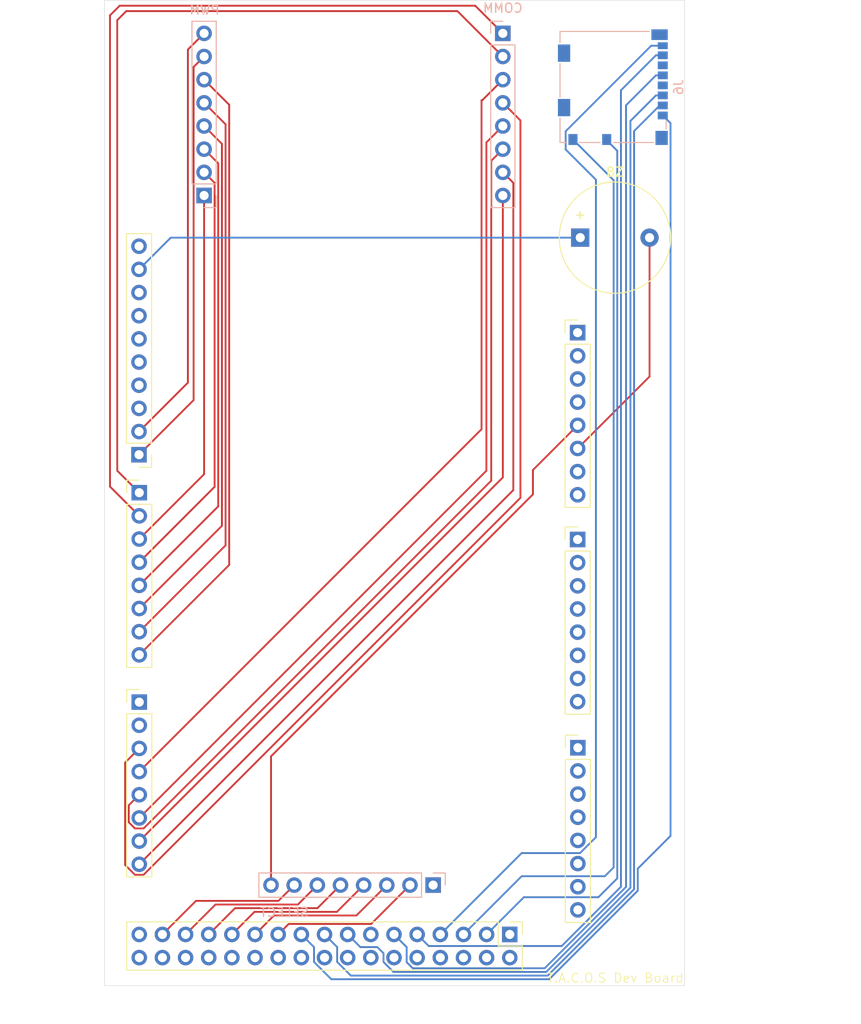
<source format=kicad_pcb>
(kicad_pcb (version 20241229) (generator "pcbnew") (generator_version "9.0")
  (title_block (title "T.A.C.O.S") (date "2025-09-14") (rev "1.0") (company "UNR Aerospace Club"))
  (layers (0 "F.Cu" signal) (2 "B.Cu" signal) (13 "F.Paste" user) (15 "B.Paste" user) (5 "F.SilkS" user "F.Silkscreen") (7 "B.SilkS" user "B.Silkscreen") (1 "F.Mask" user) (3 "B.Mask" user) (25 "Edge.Cuts" user))
  (net 0 "")
  (net 1 "RX0")
  (net 2 "TX1")
  (net 3 "GND")
  (net 4 "+5V")
  (net 5 "~D9")
  (net 6 "~D7")
  (net 7 "~D2")
  (net 8 "~D6")
  (net 9 "~D4")
  (net 10 "~D8")
  (net 11 "~D3")
  (net 12 "~D5")
  (net 13 "D26")
  (net 14 "D24")
  (net 15 "D30")
  (net 16 "D32")
  (net 17 "D28")
  (net 18 "D22")
  (net 19 "RX2")
  (net 20 "TX3")
  (net 21 "TX0")
  (net 22 "RX3")
  (net 23 "RX1")
  (net 24 "TX2")
  (net 41 "VIN")
  (net 42 "D52")
  (net 61 "SD_DAT3{slash}CD")
  (net 62 "SD_DAT2")
  (net 63 "SD_DAT0")
  (net 64 "SD_CLK")
  (net 65 "SD_CMD")
  (net 66 "SD_DAT1")
  (net 67 "SD_DET_A")
  (net 68 "SD_DET_B")
  (net 76 "VDD")
  (net 77 "VSS")
  (footprint "Connector_PinHeader_2.54mm:PinHeader_1x08_P2.54mm_Vertical" (layer "F.Cu") (at 113.03 111.4298)
    (property "Reference" "J4" (hide yes))
    (property "Value" "Conn_01x08_Socket")
    (fp_line (start -1.38 -1.38) (end 0 -1.38) (stroke (width 0.12)) (layer "F.SilkS"))
    (fp_line (start -1.38 0) (end -1.38 -1.38) (stroke (width 0.12)) (layer "F.SilkS"))
    (fp_line (start -1.38 1.27) (end -1.38 19.16) (stroke (width 0.12)) (layer "F.SilkS"))
    (fp_line (start -1.38 1.27) (end 1.38 1.27) (stroke (width 0.12)) (layer "F.SilkS"))
    (fp_line (start -1.38 19.16) (end 1.38 19.16) (stroke (width 0.12)) (layer "F.SilkS"))
    (fp_line (start 1.38 1.27) (end 1.38 19.16) (stroke (width 0.12)) (layer "F.SilkS"))
    (pad "1" thru_hole rect (at 0 0) (size 1.7 1.7) (drill 1) (layers "*.Cu" "*.Mask"))
    (pad "2" thru_hole circle (at 0 2.54) (size 1.7 1.7) (drill 1) (layers "*.Cu" "*.Mask"))
    (pad "3" thru_hole circle (at 0 5.08) (size 1.7 1.7) (drill 1) (layers "*.Cu" "*.Mask") (net 23 "RX1"))
    (pad "4" thru_hole circle (at 0 7.62) (size 1.7 1.7) (drill 1) (layers "*.Cu" "*.Mask") (net 2 "TX1"))
    (pad "5" thru_hole circle (at 0 10.16) (size 1.7 1.7) (drill 1) (layers "*.Cu" "*.Mask") (net 19 "RX2"))
    (pad "6" thru_hole circle (at 0 12.7) (size 1.7 1.7) (drill 1) (layers "*.Cu" "*.Mask") (net 24 "TX2"))
    (pad "7" thru_hole circle (at 0 15.24) (size 1.7 1.7) (drill 1) (layers "*.Cu" "*.Mask") (net 22 "RX3"))
    (pad "8" thru_hole circle (at 0 17.78) (size 1.7 1.7) (drill 1) (layers "*.Cu" "*.Mask") (net 20 "TX3"))
  )
  (footprint "Connector_PinHeader_2.54mm:PinHeader_1x08_P2.54mm_Vertical" (layer "F.Cu") (at 161.1376 116.4336)
    (property "Reference" "J1" (hide yes))
    (property "Value" "Conn_01x08_Socket" (hide yes))
    (fp_line (start -1.38 -1.38) (end 0 -1.38) (stroke (width 0.12)) (layer "F.SilkS"))
    (fp_line (start -1.38 0) (end -1.38 -1.38) (stroke (width 0.12)) (layer "F.SilkS"))
    (fp_line (start -1.38 1.27) (end -1.38 19.16) (stroke (width 0.12)) (layer "F.SilkS"))
    (fp_line (start -1.38 1.27) (end 1.38 1.27) (stroke (width 0.12)) (layer "F.SilkS"))
    (fp_line (start -1.38 19.16) (end 1.38 19.16) (stroke (width 0.12)) (layer "F.SilkS"))
    (fp_line (start 1.38 1.27) (end 1.38 19.16) (stroke (width 0.12)) (layer "F.SilkS"))
    (pad "1" thru_hole rect (at 0 0) (size 1.7 1.7) (drill 1) (layers "*.Cu" "*.Mask"))
    (pad "2" thru_hole circle (at 0 2.54) (size 1.7 1.7) (drill 1) (layers "*.Cu" "*.Mask"))
    (pad "3" thru_hole circle (at 0 5.08) (size 1.7 1.7) (drill 1) (layers "*.Cu" "*.Mask"))
    (pad "4" thru_hole circle (at 0 7.62) (size 1.7 1.7) (drill 1) (layers "*.Cu" "*.Mask"))
    (pad "5" thru_hole circle (at 0 10.16) (size 1.7 1.7) (drill 1) (layers "*.Cu" "*.Mask"))
    (pad "6" thru_hole circle (at 0 12.7) (size 1.7 1.7) (drill 1) (layers "*.Cu" "*.Mask"))
    (pad "7" thru_hole circle (at 0 15.24) (size 1.7 1.7) (drill 1) (layers "*.Cu" "*.Mask"))
    (pad "8" thru_hole circle (at 0 17.78) (size 1.7 1.7) (drill 1) (layers "*.Cu" "*.Mask"))
  )
  (footprint "Buzzer_Beeper:Buzzer_12x9.5RM7.6" (layer "F.Cu") (at 161.4 60.5)
    (property "Reference" "BZ" (at 3.8 -7.2 0) (layer "F.SilkS"))
    (property "Value" "Buzzer")
    (fp_circle (center 3.8 0) (end 9.9 0) (stroke (width 0.12)) (fill no) (layer "F.SilkS"))
    (fp_text user "+" (at -0.01 -2.54 0) (layer "F.SilkS"))
    (pad "1" thru_hole rect (at 0 0) (size 2 2) (drill 1) (layers "*.Cu" "*.Mask") (net 42 "D52"))
    (pad "2" thru_hole circle (at 7.6 0) (size 2 2) (drill 1) (layers "*.Cu" "*.Mask") (net 3 "GND"))
  )
  (footprint "Connector_PinHeader_2.54mm:PinHeader_1x08_P2.54mm_Vertical" (layer "F.Cu") (at 161.1122 70.9168)
    (property "Reference" "J3" (hide yes))
    (property "Value" "Conn_01x08_Socket" (hide yes))
    (fp_line (start -1.38 -1.38) (end 0 -1.38) (stroke (width 0.12)) (layer "F.SilkS"))
    (fp_line (start -1.38 0) (end -1.38 -1.38) (stroke (width 0.12)) (layer "F.SilkS"))
    (fp_line (start -1.38 1.27) (end -1.38 19.16) (stroke (width 0.12)) (layer "F.SilkS"))
    (fp_line (start -1.38 1.27) (end 1.38 1.27) (stroke (width 0.12)) (layer "F.SilkS"))
    (fp_line (start -1.38 19.16) (end 1.38 19.16) (stroke (width 0.12)) (layer "F.SilkS"))
    (fp_line (start 1.38 1.27) (end 1.38 19.16) (stroke (width 0.12)) (layer "F.SilkS"))
    (pad "1" thru_hole rect (at 0 0) (size 1.7 1.7) (drill 1) (layers "*.Cu" "*.Mask"))
    (pad "2" thru_hole circle (at 0 2.54) (size 1.7 1.7) (drill 1) (layers "*.Cu" "*.Mask"))
    (pad "3" thru_hole circle (at 0 5.08) (size 1.7 1.7) (drill 1) (layers "*.Cu" "*.Mask"))
    (pad "4" thru_hole circle (at 0 7.62) (size 1.7 1.7) (drill 1) (layers "*.Cu" "*.Mask") (net 76 "VDD"))
    (pad "5" thru_hole circle (at 0 10.16) (size 1.7 1.7) (drill 1) (layers "*.Cu" "*.Mask") (net 4 "+5V"))
    (pad "6" thru_hole circle (at 0 12.7) (size 1.7 1.7) (drill 1) (layers "*.Cu" "*.Mask") (net 3 "GND"))
    (pad "7" thru_hole circle (at 0 15.24) (size 1.7 1.7) (drill 1) (layers "*.Cu" "*.Mask") (net 77 "VSS"))
    (pad "8" thru_hole circle (at 0 17.78) (size 1.7 1.7) (drill 1) (layers "*.Cu" "*.Mask") (net 41 "VIN"))
  )
  (footprint "Connector_PinHeader_2.54mm:PinHeader_1x08_P2.54mm_Vertical" (layer "F.Cu") (at 113.03 88.4682)
    (property "Reference" "J5" (hide yes))
    (property "Value" "Conn_01x08_Socket" (hide yes))
    (fp_line (start -1.38 -1.38) (end 0 -1.38) (stroke (width 0.12)) (layer "F.SilkS"))
    (fp_line (start -1.38 0) (end -1.38 -1.38) (stroke (width 0.12)) (layer "F.SilkS"))
    (fp_line (start -1.38 1.27) (end -1.38 19.16) (stroke (width 0.12)) (layer "F.SilkS"))
    (fp_line (start -1.38 1.27) (end 1.38 1.27) (stroke (width 0.12)) (layer "F.SilkS"))
    (fp_line (start -1.38 19.16) (end 1.38 19.16) (stroke (width 0.12)) (layer "F.SilkS"))
    (fp_line (start 1.38 1.27) (end 1.38 19.16) (stroke (width 0.12)) (layer "F.SilkS"))
    (pad "1" thru_hole rect (at 0 0) (size 1.7 1.7) (drill 1) (layers "*.Cu" "*.Mask") (net 1 "RX0"))
    (pad "2" thru_hole circle (at 0 2.54) (size 1.7 1.7) (drill 1) (layers "*.Cu" "*.Mask") (net 21 "TX0"))
    (pad "3" thru_hole circle (at 0 5.08) (size 1.7 1.7) (drill 1) (layers "*.Cu" "*.Mask") (net 7 "~D2"))
    (pad "4" thru_hole circle (at 0 7.62) (size 1.7 1.7) (drill 1) (layers "*.Cu" "*.Mask") (net 11 "~D3"))
    (pad "5" thru_hole circle (at 0 10.16) (size 1.7 1.7) (drill 1) (layers "*.Cu" "*.Mask") (net 9 "~D4"))
    (pad "6" thru_hole circle (at 0 12.7) (size 1.7 1.7) (drill 1) (layers "*.Cu" "*.Mask") (net 12 "~D5"))
    (pad "7" thru_hole circle (at 0 15.24) (size 1.7 1.7) (drill 1) (layers "*.Cu" "*.Mask") (net 8 "~D6"))
    (pad "8" thru_hole circle (at 0 17.78) (size 1.7 1.7) (drill 1) (layers "*.Cu" "*.Mask") (net 6 "~D7"))
  )
  (footprint "Connector_PinHeader_2.54mm:PinHeader_1x08_P2.54mm_Vertical" (layer "F.Cu") (at 161.1122 93.599)
    (property "Reference" "J2" (hide yes))
    (property "Value" "Conn_01x08_Socket" (hide yes))
    (fp_line (start -1.38 -1.38) (end 0 -1.38) (stroke (width 0.12)) (layer "F.SilkS"))
    (fp_line (start -1.38 0) (end -1.38 -1.38) (stroke (width 0.12)) (layer "F.SilkS"))
    (fp_line (start -1.38 1.27) (end -1.38 19.16) (stroke (width 0.12)) (layer "F.SilkS"))
    (fp_line (start -1.38 1.27) (end 1.38 1.27) (stroke (width 0.12)) (layer "F.SilkS"))
    (fp_line (start -1.38 19.16) (end 1.38 19.16) (stroke (width 0.12)) (layer "F.SilkS"))
    (fp_line (start 1.38 1.27) (end 1.38 19.16) (stroke (width 0.12)) (layer "F.SilkS"))
    (pad "1" thru_hole rect (at 0 0) (size 1.7 1.7) (drill 1) (layers "*.Cu" "*.Mask"))
    (pad "2" thru_hole circle (at 0 2.54) (size 1.7 1.7) (drill 1) (layers "*.Cu" "*.Mask"))
    (pad "3" thru_hole circle (at 0 5.08) (size 1.7 1.7) (drill 1) (layers "*.Cu" "*.Mask"))
    (pad "4" thru_hole circle (at 0 7.62) (size 1.7 1.7) (drill 1) (layers "*.Cu" "*.Mask"))
    (pad "5" thru_hole circle (at 0 10.16) (size 1.7 1.7) (drill 1) (layers "*.Cu" "*.Mask"))
    (pad "6" thru_hole circle (at 0 12.7) (size 1.7 1.7) (drill 1) (layers "*.Cu" "*.Mask"))
    (pad "7" thru_hole circle (at 0 15.24) (size 1.7 1.7) (drill 1) (layers "*.Cu" "*.Mask"))
    (pad "8" thru_hole circle (at 0 17.78) (size 1.7 1.7) (drill 1) (layers "*.Cu" "*.Mask"))
  )
  (footprint "Connector_PinHeader_2.54mm:PinHeader_2x17_P2.54mm_Vertical" (layer "F.Cu") (at 153.67 136.906 -90)
    (property "Reference" "J8" (hide yes))
    (property "Value" "Conn_02x17_Odd_Even")
    (fp_line (start -1.38 42.02) (end 3.92 42.02) (stroke (width 0.12)) (layer "F.SilkS"))
    (fp_line (start -1.38 1.27) (end -1.38 42.02) (stroke (width 0.12)) (layer "F.SilkS"))
    (fp_line (start -1.38 1.27) (end 1.27 1.27) (stroke (width 0.12)) (layer "F.SilkS"))
    (fp_line (start 1.27 1.27) (end 1.27 -1.38) (stroke (width 0.12)) (layer "F.SilkS"))
    (fp_line (start -1.38 0) (end -1.38 -1.38) (stroke (width 0.12)) (layer "F.SilkS"))
    (fp_line (start -1.38 -1.38) (end 0 -1.38) (stroke (width 0.12)) (layer "F.SilkS"))
    (fp_line (start 1.27 -1.38) (end 3.92 -1.38) (stroke (width 0.12)) (layer "F.SilkS"))
    (fp_line (start 3.92 -1.38) (end 3.92 42.02) (stroke (width 0.12)) (layer "F.SilkS"))
    (pad "1" thru_hole rect (at 0 0 270) (size 1.7 1.7) (drill 1) (layers "*.Cu" "*.Mask") (net 4 "+5V"))
    (pad "2" thru_hole circle (at 2.54 0 270) (size 1.7 1.7) (drill 1) (layers "*.Cu" "*.Mask") (net 4 "+5V"))
    (pad "3" thru_hole circle (at 0 2.54 270) (size 1.7 1.7) (drill 1) (layers "*.Cu" "*.Mask") (net 68 "SD_DET_B"))
    (pad "4" thru_hole circle (at 2.54 2.54 270) (size 1.7 1.7) (drill 1) (layers "*.Cu" "*.Mask"))
    (pad "5" thru_hole circle (at 0 5.08 270) (size 1.7 1.7) (drill 1) (layers "*.Cu" "*.Mask") (net 67 "SD_DET_A"))
    (pad "6" thru_hole circle (at 2.54 5.08 270) (size 1.7 1.7) (drill 1) (layers "*.Cu" "*.Mask"))
    (pad "7" thru_hole circle (at 0 7.62 270) (size 1.7 1.7) (drill 1) (layers "*.Cu" "*.Mask") (net 66 "SD_DAT1"))
    (pad "8" thru_hole circle (at 2.54 7.62 270) (size 1.7 1.7) (drill 1) (layers "*.Cu" "*.Mask"))
    (pad "9" thru_hole circle (at 0 10.16 270) (size 1.7 1.7) (drill 1) (layers "*.Cu" "*.Mask") (net 63 "SD_DAT0"))
    (pad "10" thru_hole circle (at 2.54 10.16 270) (size 1.7 1.7) (drill 1) (layers "*.Cu" "*.Mask"))
    (pad "11" thru_hole circle (at 0 12.7 270) (size 1.7 1.7) (drill 1) (layers "*.Cu" "*.Mask") (net 64 "SD_CLK"))
    (pad "12" thru_hole circle (at 2.54 12.7 270) (size 1.7 1.7) (drill 1) (layers "*.Cu" "*.Mask"))
    (pad "13" thru_hole circle (at 0 15.24 270) (size 1.7 1.7) (drill 1) (layers "*.Cu" "*.Mask"))
    (pad "14" thru_hole circle (at 2.54 15.24 270) (size 1.7 1.7) (drill 1) (layers "*.Cu" "*.Mask"))
    (pad "15" thru_hole circle (at 0 17.78 270) (size 1.7 1.7) (drill 1) (layers "*.Cu" "*.Mask") (net 65 "SD_CMD"))
    (pad "16" thru_hole circle (at 2.54 17.78 270) (size 1.7 1.7) (drill 1) (layers "*.Cu" "*.Mask"))
    (pad "17" thru_hole circle (at 0 20.32 270) (size 1.7 1.7) (drill 1) (layers "*.Cu" "*.Mask") (net 61 "SD_DAT3{slash}CD"))
    (pad "18" thru_hole circle (at 2.54 20.32 270) (size 1.7 1.7) (drill 1) (layers "*.Cu" "*.Mask"))
    (pad "19" thru_hole circle (at 0 22.86 270) (size 1.7 1.7) (drill 1) (layers "*.Cu" "*.Mask") (net 62 "SD_DAT2"))
    (pad "20" thru_hole circle (at 2.54 22.86 270) (size 1.7 1.7) (drill 1) (layers "*.Cu" "*.Mask"))
    (pad "21" thru_hole circle (at 0 25.4 270) (size 1.7 1.7) (drill 1) (layers "*.Cu" "*.Mask") (net 16 "D32"))
    (pad "22" thru_hole circle (at 2.54 25.4 270) (size 1.7 1.7) (drill 1) (layers "*.Cu" "*.Mask"))
    (pad "23" thru_hole circle (at 0 27.94 270) (size 1.7 1.7) (drill 1) (layers "*.Cu" "*.Mask") (net 15 "D30"))
    (pad "24" thru_hole circle (at 2.54 27.94 270) (size 1.7 1.7) (drill 1) (layers "*.Cu" "*.Mask"))
    (pad "25" thru_hole circle (at 0 30.48 270) (size 1.7 1.7) (drill 1) (layers "*.Cu" "*.Mask") (net 17 "D28"))
    (pad "26" thru_hole circle (at 2.54 30.48 270) (size 1.7 1.7) (drill 1) (layers "*.Cu" "*.Mask"))
    (pad "27" thru_hole circle (at 0 33.02 270) (size 1.7 1.7) (drill 1) (layers "*.Cu" "*.Mask") (net 13 "D26"))
    (pad "28" thru_hole circle (at 2.54 33.02 270) (size 1.7 1.7) (drill 1) (layers "*.Cu" "*.Mask"))
    (pad "29" thru_hole circle (at 0 35.56 270) (size 1.7 1.7) (drill 1) (layers "*.Cu" "*.Mask") (net 14 "D24"))
    (pad "30" thru_hole circle (at 2.54 35.56 270) (size 1.7 1.7) (drill 1) (layers "*.Cu" "*.Mask"))
    (pad "31" thru_hole circle (at 0 38.1 270) (size 1.7 1.7) (drill 1) (layers "*.Cu" "*.Mask") (net 18 "D22"))
    (pad "32" thru_hole circle (at 2.54 38.1 270) (size 1.7 1.7) (drill 1) (layers "*.Cu" "*.Mask"))
    (pad "33" thru_hole circle (at 0 40.64 270) (size 1.7 1.7) (drill 1) (layers "*.Cu" "*.Mask") (net 3 "GND"))
    (pad "34" thru_hole circle (at 2.54 40.64 270) (size 1.7 1.7) (drill 1) (layers "*.Cu" "*.Mask") (net 3 "GND"))
  )
  (footprint "Connector_PinHeader_2.54mm:PinHeader_1x10_P2.54mm_Vertical" (layer "F.Cu") (at 113.0046 84.3026 180)
    (property "Reference" "J9" (hide yes))
    (property "Value" "Conn_01x10_Pin" (hide yes))
    (fp_line (start 1.38 1.27) (end 1.38 24.24) (stroke (width 0.12)) (layer "F.SilkS"))
    (fp_line (start -1.38 24.24) (end 1.38 24.24) (stroke (width 0.12)) (layer "F.SilkS"))
    (fp_line (start -1.38 1.27) (end 1.38 1.27) (stroke (width 0.12)) (layer "F.SilkS"))
    (fp_line (start -1.38 1.27) (end -1.38 24.24) (stroke (width 0.12)) (layer "F.SilkS"))
    (fp_line (start -1.38 0) (end -1.38 -1.38) (stroke (width 0.12)) (layer "F.SilkS"))
    (fp_line (start -1.38 -1.38) (end 0 -1.38) (stroke (width 0.12)) (layer "F.SilkS"))
    (pad "1" thru_hole rect (at 0 0 180) (size 1.7 1.7) (drill 1) (layers "*.Cu" "*.Mask") (net 10 "~D8"))
    (pad "2" thru_hole circle (at 0 2.54 180) (size 1.7 1.7) (drill 1) (layers "*.Cu" "*.Mask") (net 5 "~D9"))
    (pad "3" thru_hole circle (at 0 5.08 180) (size 1.7 1.7) (drill 1) (layers "*.Cu" "*.Mask"))
    (pad "4" thru_hole circle (at 0 7.62 180) (size 1.7 1.7) (drill 1) (layers "*.Cu" "*.Mask"))
    (pad "5" thru_hole circle (at 0 10.16 180) (size 1.7 1.7) (drill 1) (layers "*.Cu" "*.Mask"))
    (pad "6" thru_hole circle (at 0 12.7 180) (size 1.7 1.7) (drill 1) (layers "*.Cu" "*.Mask"))
    (pad "7" thru_hole circle (at 0 15.24 180) (size 1.7 1.7) (drill 1) (layers "*.Cu" "*.Mask"))
    (pad "8" thru_hole circle (at 0 17.78 180) (size 1.7 1.7) (drill 1) (layers "*.Cu" "*.Mask"))
    (pad "9" thru_hole circle (at 0 20.32 180) (size 1.7 1.7) (drill 1) (layers "*.Cu" "*.Mask") (net 42 "D52"))
    (pad "10" thru_hole circle (at 0 22.86 180) (size 1.7 1.7) (drill 1) (layers "*.Cu" "*.Mask"))
  )
  (footprint "Connector_Card:microSD_HC_Molex_104031-0811" (layer "B.Cu") (at 165 44 90)
    (property "Reference" "J6" (at 0 7.18 90) (layer "B.SilkS") (effects (justify mirror)))
    (property "Value" "Micro_SD_Card_Det2")
    (fp_line (start 6.11 -5.82) (end 6.11 4) (stroke (width 0.12)) (layer "B.SilkS"))
    (fp_line (start 4.88 -5.82) (end 6.11 -5.82) (stroke (width 0.12)) (layer "B.SilkS"))
    (fp_line (start -1.09 -5.82) (end 2.58 -5.82) (stroke (width 0.12)) (layer "B.SilkS"))
    (fp_line (start -6.07 -5.82) (end -3.39 -5.82) (stroke (width 0.12)) (layer "B.SilkS"))
    (fp_line (start -6.07 -5.1) (end -6.07 -5.82) (stroke (width 0.12)) (layer "B.SilkS"))
    (fp_line (start -6.07 -1.4) (end -6.07 -3.7) (stroke (width 0.12)) (layer "B.SilkS"))
    (fp_line (start -6.07 4.45) (end -6.07 0) (stroke (width 0.12)) (layer "B.SilkS"))
    (fp_line (start -4.59 5.82) (end -3.73 5.82) (stroke (width 0.12)) (layer "B.SilkS"))
    (pad "1" smd rect (at -3.105 5.45 90) (size 0.85 1.1) (layers "B.Cu" "B.Mask" "B.Paste") (net 62 "SD_DAT2"))
    (pad "2" smd rect (at -2.005 5.45 90) (size 0.85 1.1) (layers "B.Cu" "B.Mask" "B.Paste") (net 61 "SD_DAT3{slash}CD"))
    (pad "3" smd rect (at -0.905 5.45 90) (size 0.85 1.1) (layers "B.Cu" "B.Mask" "B.Paste") (net 65 "SD_CMD"))
    (pad "4" smd rect (at 0.195 5.45 90) (size 0.85 1.1) (layers "B.Cu" "B.Mask" "B.Paste") (net 76 "VDD"))
    (pad "5" smd rect (at 1.295 5.45 90) (size 0.85 1.1) (layers "B.Cu" "B.Mask" "B.Paste") (net 64 "SD_CLK"))
    (pad "6" smd rect (at 2.395 5.45 90) (size 0.85 1.1) (layers "B.Cu" "B.Mask" "B.Paste") (net 77 "VSS"))
    (pad "7" smd rect (at 3.495 5.45 90) (size 0.85 1.1) (layers "B.Cu" "B.Mask" "B.Paste") (net 63 "SD_DAT0"))
    (pad "8" smd rect (at 4.545 5.45 90) (size 0.75 1.1) (layers "B.Cu" "B.Mask" "B.Paste") (net 66 "SD_DAT1"))
    (pad "9" smd rect (at -5.74 -0.7 90) (size 1.2 1) (layers "B.Cu" "B.Mask" "B.Paste") (net 68 "SD_DET_B"))
    (pad "10" smd rect (at -5.74 -4.4 90) (size 1.2 1) (layers "B.Cu" "B.Mask" "B.Paste") (net 67 "SD_DET_A"))
    (pad "11" smd rect (at -5.565 5.325 90) (size 1.55 1.35) (layers "B.Cu" "B.Mask" "B.Paste") (net 3 "GND"))
    (pad "11" smd rect (at -2.24 -5.375 90) (size 1.9 1.35) (layers "B.Cu" "B.Mask" "B.Paste") (net 3 "GND"))
    (pad "11" smd rect (at 3.73 -5.375 90) (size 1.9 1.35) (layers "B.Cu" "B.Mask" "B.Paste") (net 3 "GND"))
    (pad "11" smd rect (at 5.755 5.1 90) (size 1.17 1.8) (layers "B.Cu" "B.Mask" "B.Paste") (net 3 "GND"))
  )
  (footprint "Connector_PinSocket_2.54mm:PinSocket_1x08_P2.54mm_Vertical" (layer "B.Cu") (at 120.142 55.88)
    (property "Reference" "PWM" (at 0.0508 -20.3454 0) (layer "B.SilkS") (effects (justify mirror)))
    (property "Value" "Conn_01x08_Socket" (hide yes))
    (fp_line (start -1.33 -19.11) (end 1.33 -19.11) (stroke (width 0.12)) (layer "B.SilkS"))
    (fp_line (start -1.33 -1.27) (end -1.33 -19.11) (stroke (width 0.12)) (layer "B.SilkS"))
    (fp_line (start -1.33 -1.27) (end 1.33 -1.27) (stroke (width 0.12)) (layer "B.SilkS"))
    (fp_line (start 0 1.33) (end 1.33 1.33) (stroke (width 0.12)) (layer "B.SilkS"))
    (fp_line (start 1.33 -1.27) (end 1.33 -19.11) (stroke (width 0.12)) (layer "B.SilkS"))
    (fp_line (start 1.33 1.33) (end 1.33 0) (stroke (width 0.12)) (layer "B.SilkS"))
    (pad "1" thru_hole rect (at 0 0) (size 1.7 1.7) (drill 1) (layers "*.Cu" "*.Mask") (net 7 "~D2"))
    (pad "2" thru_hole circle (at 0 -2.54) (size 1.7 1.7) (drill 1) (layers "*.Cu" "*.Mask") (net 11 "~D3"))
    (pad "3" thru_hole circle (at 0 -5.08) (size 1.7 1.7) (drill 1) (layers "*.Cu" "*.Mask") (net 9 "~D4"))
    (pad "4" thru_hole circle (at 0 -7.62) (size 1.7 1.7) (drill 1) (layers "*.Cu" "*.Mask") (net 12 "~D5"))
    (pad "5" thru_hole circle (at 0 -10.16) (size 1.7 1.7) (drill 1) (layers "*.Cu" "*.Mask") (net 8 "~D6"))
    (pad "6" thru_hole circle (at 0 -12.7) (size 1.7 1.7) (drill 1) (layers "*.Cu" "*.Mask") (net 6 "~D7"))
    (pad "7" thru_hole circle (at 0 -15.24) (size 1.7 1.7) (drill 1) (layers "*.Cu" "*.Mask") (net 10 "~D8"))
    (pad "8" thru_hole circle (at 0 -17.78) (size 1.7 1.7) (drill 1) (layers "*.Cu" "*.Mask") (net 5 "~D9"))
  )
  (footprint "Connector_PinSocket_2.54mm:PinSocket_1x08_P2.54mm_Vertical" (layer "B.Cu") (at 152.908 38.1 180)
    (property "Reference" "COMM" (at 0 2.77 0) (layer "B.SilkS") (effects (justify mirror)))
    (property "Value" "Conn_01x08_Socket" (hide yes))
    (fp_line (start 1.33 1.33) (end 1.33 0) (stroke (width 0.12)) (layer "B.SilkS"))
    (fp_line (start 1.33 -1.27) (end 1.33 -19.11) (stroke (width 0.12)) (layer "B.SilkS"))
    (fp_line (start 0 1.33) (end 1.33 1.33) (stroke (width 0.12)) (layer "B.SilkS"))
    (fp_line (start -1.33 -1.27) (end 1.33 -1.27) (stroke (width 0.12)) (layer "B.SilkS"))
    (fp_line (start -1.33 -1.27) (end -1.33 -19.11) (stroke (width 0.12)) (layer "B.SilkS"))
    (fp_line (start -1.33 -19.11) (end 1.33 -19.11) (stroke (width 0.12)) (layer "B.SilkS"))
    (pad "1" thru_hole rect (at 0 0 180) (size 1.7 1.7) (drill 1) (layers "*.Cu" "*.Mask") (net 21 "TX0"))
    (pad "2" thru_hole circle (at 0 -2.54 180) (size 1.7 1.7) (drill 1) (layers "*.Cu" "*.Mask") (net 1 "RX0"))
    (pad "3" thru_hole circle (at 0 -5.08 180) (size 1.7 1.7) (drill 1) (layers "*.Cu" "*.Mask") (net 2 "TX1"))
    (pad "4" thru_hole circle (at 0 -7.62 180) (size 1.7 1.7) (drill 1) (layers "*.Cu" "*.Mask") (net 23 "RX1"))
    (pad "5" thru_hole circle (at 0 -10.16 180) (size 1.7 1.7) (drill 1) (layers "*.Cu" "*.Mask") (net 24 "TX2"))
    (pad "6" thru_hole circle (at 0 -12.7 180) (size 1.7 1.7) (drill 1) (layers "*.Cu" "*.Mask") (net 19 "RX2"))
    (pad "7" thru_hole circle (at 0 -15.24 180) (size 1.7 1.7) (drill 1) (layers "*.Cu" "*.Mask") (net 20 "TX3"))
    (pad "8" thru_hole circle (at 0 -17.78 180) (size 1.7 1.7) (drill 1) (layers "*.Cu" "*.Mask") (net 22 "RX3"))
  )
  (footprint "Connector_PinSocket_2.54mm:PinSocket_1x08_P2.54mm_Vertical" (layer "B.Cu") (at 145.2626 131.4958 90)
    (property "Reference" "SELECT" (at -2.976 -16.32 0) (layer "B.SilkS") (effects (justify mirror)))
    (property "Value" "Conn_01x08_Socket" (hide yes))
    (fp_line (start -1.33 -19.11) (end 1.33 -19.11) (stroke (width 0.12)) (layer "B.SilkS"))
    (fp_line (start 1.33 -1.27) (end 1.33 -19.11) (stroke (width 0.12)) (layer "B.SilkS"))
    (fp_line (start -1.33 -1.27) (end -1.33 -19.11) (stroke (width 0.12)) (layer "B.SilkS"))
    (fp_line (start -1.33 -1.27) (end 1.33 -1.27) (stroke (width 0.12)) (layer "B.SilkS"))
    (fp_line (start 1.33 1.33) (end 1.33 0) (stroke (width 0.12)) (layer "B.SilkS"))
    (fp_line (start 0 1.33) (end 1.33 1.33) (stroke (width 0.12)) (layer "B.SilkS"))
    (pad "1" thru_hole rect (at 0 0 90) (size 1.7 1.7) (drill 1) (layers "*.Cu" "*.Mask") (net 3 "GND"))
    (pad "2" thru_hole circle (at 0 -2.54 90) (size 1.7 1.7) (drill 1) (layers "*.Cu" "*.Mask") (net 16 "D32"))
    (pad "3" thru_hole circle (at 0 -5.08 90) (size 1.7 1.7) (drill 1) (layers "*.Cu" "*.Mask") (net 15 "D30"))
    (pad "4" thru_hole circle (at 0 -7.62 90) (size 1.7 1.7) (drill 1) (layers "*.Cu" "*.Mask") (net 17 "D28"))
    (pad "5" thru_hole circle (at 0 -10.16 90) (size 1.7 1.7) (drill 1) (layers "*.Cu" "*.Mask") (net 13 "D26"))
    (pad "6" thru_hole circle (at 0 -12.7 90) (size 1.7 1.7) (drill 1) (layers "*.Cu" "*.Mask") (net 14 "D24"))
    (pad "7" thru_hole circle (at 0 -15.24 90) (size 1.7 1.7) (drill 1) (layers "*.Cu" "*.Mask") (net 18 "D22"))
    (pad "8" thru_hole circle (at 0 -17.78 90) (size 1.7 1.7) (drill 1) (layers "*.Cu" "*.Mask") (net 4 "+5V"))
  )
  (gr_rect (start 109.22 34.4678) (end 172.847 142.5194) (stroke (width 0.05)) (fill no) (layer "Edge.Cuts"))
  (gr_text "T.A.C.O.S Dev Board" (at 157.6832 142.2654 0) (layer "F.SilkS") (effects (font (size 1 1) (thickness 0.1)) (justify left bottom)))
  (segment (start 111.6076 35.6616) (end 147.9296 35.6616) (width 0.2) (layer "F.Cu") (net 1))
  (segment (start 113.03 88.4682) (end 110.617 86.0552) (width 0.2) (layer "F.Cu") (net 1))
  (segment (start 110.617 86.0552) (end 110.617 36.6522) (width 0.2) (layer "F.Cu") (net 1))
  (segment (start 110.617 36.6522) (end 111.6076 35.6616) (width 0.2) (layer "F.Cu") (net 1))
  (segment (start 147.9296 35.6616) (end 152.908 40.64) (width 0.2) (layer "F.Cu") (net 1))
  (segment (start 150.5712 81.5086) (end 150.5712 45.4406) (width 0.2) (layer "F.Cu") (net 2))
  (segment (start 150.6474 45.4406) (end 152.908 43.18) (width 0.2) (layer "F.Cu") (net 2))
  (segment (start 150.5712 45.4406) (end 150.6474 45.4406) (width 0.2) (layer "F.Cu") (net 2))
  (segment (start 113.03 119.0498) (end 150.5712 81.5086) (width 0.2) (layer "F.Cu") (net 2))
  (segment (start 169 75.729) (end 161.1122 83.6168) (width 0.2) (layer "F.Cu") (net 3))
  (segment (start 169 60.5) (end 169 75.729) (width 0.2) (layer "F.Cu") (net 3))
  (segment (start 127.4826 117.3734) (end 156.21 88.646) (width 0.2) (layer "F.Cu") (net 4))
  (segment (start 127.4826 131.4958) (end 127.4826 117.3734) (width 0.2) (layer "F.Cu") (net 4))
  (segment (start 156.21 85.979) (end 161.1122 81.0768) (width 0.2) (layer "F.Cu") (net 4))
  (segment (start 156.21 88.646) (end 156.21 85.979) (width 0.2) (layer "F.Cu") (net 4))
  (segment (start 118.364 76.4032) (end 118.364 39.878) (width 0.2) (layer "F.Cu") (net 5))
  (segment (start 113.0046 81.7626) (end 118.364 76.4032) (width 0.2) (layer "F.Cu") (net 5))
  (segment (start 118.364 39.878) (end 120.142 38.1) (width 0.2) (layer "F.Cu") (net 5))
  (segment (start 113.03 106.2482) (end 122.897 96.3812) (width 0.2) (layer "F.Cu") (net 6))
  (segment (start 122.897 96.3812) (end 122.897 45.935) (width 0.2) (layer "F.Cu") (net 6))
  (segment (start 122.897 45.935) (end 120.142 43.18) (width 0.2) (layer "F.Cu") (net 6))
  (segment (start 120.142 86.4362) (end 120.142 55.88) (width 0.2) (layer "F.Cu") (net 7))
  (segment (start 113.03 93.5482) (end 120.142 86.4362) (width 0.2) (layer "F.Cu") (net 7))
  (segment (start 113.03 103.7082) (end 122.496 94.2422) (width 0.2) (layer "F.Cu") (net 8))
  (segment (start 122.496 48.074) (end 120.142 45.72) (width 0.2) (layer "F.Cu") (net 8))
  (segment (start 122.496 94.2422) (end 122.496 48.074) (width 0.2) (layer "F.Cu") (net 8))
  (segment (start 113.03 98.6282) (end 121.694 89.9642) (width 0.2) (layer "F.Cu") (net 9))
  (segment (start 121.694 52.352) (end 120.142 50.8) (width 0.2) (layer "F.Cu") (net 9))
  (segment (start 121.694 89.9642) (end 121.694 52.352) (width 0.2) (layer "F.Cu") (net 9))
  (segment (start 118.991 78.3162) (end 113.0046 84.3026) (width 0.2) (layer "F.Cu") (net 10))
  (segment (start 118.991 41.791) (end 118.991 78.3162) (width 0.2) (layer "F.Cu") (net 10))
  (segment (start 120.142 40.64) (end 118.991 41.791) (width 0.2) (layer "F.Cu") (net 10))
  (segment (start 121.293 87.8252) (end 121.293 54.491) (width 0.2) (layer "F.Cu") (net 11))
  (segment (start 121.293 54.491) (end 120.142 53.34) (width 0.2) (layer "F.Cu") (net 11))
  (segment (start 113.03 96.0882) (end 121.293 87.8252) (width 0.2) (layer "F.Cu") (net 11))
  (segment (start 122.095 92.1032) (end 122.095 50.213) (width 0.2) (layer "F.Cu") (net 12))
  (segment (start 122.095 50.213) (end 120.142 48.26) (width 0.2) (layer "F.Cu") (net 12))
  (segment (start 113.03 101.1682) (end 122.095 92.1032) (width 0.2) (layer "F.Cu") (net 12))
  (segment (start 132.5734 134.025) (end 135.1026 131.4958) (width 0.2) (layer "F.Cu") (net 13))
  (segment (start 123.531 134.025) (end 132.5734 134.025) (width 0.2) (layer "F.Cu") (net 13))
  (segment (start 120.65 136.906) (end 123.531 134.025) (width 0.2) (layer "F.Cu") (net 13))
  (segment (start 130.4344 133.624) (end 132.5626 131.4958) (width 0.2) (layer "F.Cu") (net 14))
  (segment (start 118.11 136.906) (end 121.392 133.624) (width 0.2) (layer "F.Cu") (net 14))
  (segment (start 121.392 133.624) (end 130.4344 133.624) (width 0.2) (layer "F.Cu") (net 14))
  (segment (start 127.809 134.827) (end 136.8514 134.827) (width 0.2) (layer "F.Cu") (net 15))
  (segment (start 136.8514 134.827) (end 140.1826 131.4958) (width 0.2) (layer "F.Cu") (net 15))
  (segment (start 125.73 136.906) (end 127.809 134.827) (width 0.2) (layer "F.Cu") (net 15))
  (segment (start 138.4634 135.755) (end 142.7226 131.4958) (width 0.2) (layer "F.Cu") (net 16))
  (segment (start 128.27 136.906) (end 129.421 135.755) (width 0.2) (layer "F.Cu") (net 16))
  (segment (start 129.421 135.755) (end 138.4634 135.755) (width 0.2) (layer "F.Cu") (net 16))
  (segment (start 134.7124 134.426) (end 137.6426 131.4958) (width 0.2) (layer "F.Cu") (net 17))
  (segment (start 123.19 136.906) (end 125.67 134.426) (width 0.2) (layer "F.Cu") (net 17))
  (segment (start 125.67 134.426) (end 134.7124 134.426) (width 0.2) (layer "F.Cu") (net 17))
  (segment (start 128.2954 133.223) (end 130.0226 131.4958) (width 0.2) (layer "F.Cu") (net 18))
  (segment (start 119.253 133.223) (end 128.2954 133.223) (width 0.2) (layer "F.Cu") (net 18))
  (segment (start 115.57 136.906) (end 119.253 133.223) (width 0.2) (layer "F.Cu") (net 18))
  (segment (start 113.03 121.5898) (end 111.879 122.7408) (width 0.2) (layer "F.Cu") (net 19))
  (segment (start 111.879 124.60656) (end 112.55324 125.2808) (width 0.2) (layer "F.Cu") (net 19))
  (segment (start 151.638 87.14956) (end 151.638 52.07) (width 0.2) (layer "F.Cu") (net 19))
  (segment (start 112.55324 125.2808) (end 113.50676 125.2808) (width 0.2) (layer "F.Cu") (net 19))
  (segment (start 151.638 52.07) (end 152.908 50.8) (width 0.2) (layer "F.Cu") (net 19))
  (segment (start 113.50676 125.2808) (end 151.638 87.14956) (width 0.2) (layer "F.Cu") (net 19))
  (segment (start 111.879 122.7408) (end 111.879 124.60656) (width 0.2) (layer "F.Cu") (net 19))
  (segment (start 113.03 129.2098) (end 154.059 88.1808) (width 0.2) (layer "F.Cu") (net 20))
  (segment (start 154.059 54.491) (end 152.908 53.34) (width 0.2) (layer "F.Cu") (net 20))
  (segment (start 154.059 88.1808) (end 154.059 54.491) (width 0.2) (layer "F.Cu") (net 20))
  (segment (start 110.8796 35.0688) (end 149.8768 35.0688) (width 0.2) (layer "F.Cu") (net 21))
  (segment (start 113.03 91.0082) (end 109.821 87.7992) (width 0.2) (layer "F.Cu") (net 21))
  (segment (start 109.821 36.1274) (end 110.8796 35.0688) (width 0.2) (layer "F.Cu") (net 21))
  (segment (start 109.821 87.7992) (end 109.821 36.1274) (width 0.2) (layer "F.Cu") (net 21))
  (segment (start 149.8768 35.0688) (end 152.908 38.1) (width 0.2) (layer "F.Cu") (net 21))
  (segment (start 152.908 86.7918) (end 152.908 55.88) (width 0.2) (layer "F.Cu") (net 22))
  (segment (start 113.03 126.6698) (end 152.908 86.7918) (width 0.2) (layer "F.Cu") (net 22))
  (segment (start 111.478 129.28556) (end 112.55324 130.3608) (width 0.2) (layer "F.Cu") (net 23))
  (segment (start 112.55324 130.3608) (end 113.50676 130.3608) (width 0.2) (layer "F.Cu") (net 23))
  (segment (start 111.478 118.0618) (end 111.478 129.28556) (width 0.2) (layer "F.Cu") (net 23))
  (segment (start 113.03 116.5098) (end 111.478 118.0618) (width 0.2) (layer "F.Cu") (net 23))
  (segment (start 154.8384 47.6504) (end 152.908 45.72) (width 0.2) (layer "F.Cu") (net 23))
  (segment (start 154.8384 89.02916) (end 154.8384 47.6504) (width 0.2) (layer "F.Cu") (net 23))
  (segment (start 113.50676 130.3608) (end 154.8384 89.02916) (width 0.2) (layer "F.Cu") (net 23))
  (segment (start 113.03 124.1298) (end 151.1046 86.0552) (width 0.2) (layer "F.Cu") (net 24))
  (segment (start 151.1046 50.0634) (end 152.908 48.26) (width 0.2) (layer "F.Cu") (net 24))
  (segment (start 151.1046 86.0552) (end 151.1046 50.0634) (width 0.2) (layer "F.Cu") (net 24))
  (segment (start 116.4872 60.5) (end 113.0046 63.9826) (width 0.2) (layer "B.Cu") (net 42))
  (segment (start 161.4 60.5) (end 116.4872 60.5) (width 0.2) (layer "B.Cu") (net 42))
  (segment (start 167.3044 48.8138) (end 170.1132 46.005) (width 0.2) (layer "B.Cu") (net 61))
  (segment (start 157.83096 141.4164) (end 167.3044 131.94296) (width 0.2) (layer "B.Cu") (net 61))
  (segment (start 133.35 136.906) (end 134.739 138.295) (width 0.2) (layer "B.Cu") (net 61))
  (segment (start 136.23264 141.4164) (end 157.83096 141.4164) (width 0.2) (layer "B.Cu") (net 61))
  (segment (start 134.739 138.295) (end 134.739 139.92276) (width 0.2) (layer "B.Cu") (net 61))
  (segment (start 170.1132 46.005) (end 170.45 46.005) (width 0.2) (layer "B.Cu") (net 61))
  (segment (start 167.3044 131.94296) (end 167.3044 48.8138) (width 0.2) (layer "B.Cu") (net 61))
  (segment (start 134.739 139.92276) (end 136.23264 141.4164) (width 0.2) (layer "B.Cu") (net 61))
  (segment (start 171.301 126.0968) (end 171.301 47.956) (width 0.2) (layer "B.Cu") (net 62))
  (segment (start 167.7054 132.10906) (end 167.7054 129.6924) (width 0.2) (layer "B.Cu") (net 62))
  (segment (start 171.301 47.956) (end 170.45 47.105) (width 0.2) (layer "B.Cu") (net 62))
  (segment (start 157.99706 141.8174) (end 167.7054 132.10906) (width 0.2) (layer "B.Cu") (net 62))
  (segment (start 130.81 136.906) (end 132.199 138.295) (width 0.2) (layer "B.Cu") (net 62))
  (segment (start 132.199 138.295) (end 132.199 139.92276) (width 0.2) (layer "B.Cu") (net 62))
  (segment (start 134.09364 141.8174) (end 157.99706 141.8174) (width 0.2) (layer "B.Cu") (net 62))
  (segment (start 167.7054 129.6924) (end 171.301 126.0968) (width 0.2) (layer "B.Cu") (net 62))
  (segment (start 132.199 139.92276) (end 134.09364 141.8174) (width 0.2) (layer "B.Cu") (net 62))
  (segment (start 159.37006 138.176) (end 165.862 131.68406) (width 0.2) (layer "B.Cu") (net 63))
  (segment (start 165.862 44.343) (end 169.7 40.505) (width 0.2) (layer "B.Cu") (net 63))
  (segment (start 143.51 136.906) (end 144.78 138.176) (width 0.2) (layer "B.Cu") (net 63))
  (segment (start 165.862 131.68406) (end 165.862 44.343) (width 0.2) (layer "B.Cu") (net 63))
  (segment (start 144.78 138.176) (end 159.37006 138.176) (width 0.2) (layer "B.Cu") (net 63))
  (segment (start 169.7 40.505) (end 170.45 40.505) (width 0.2) (layer "B.Cu") (net 63))
  (segment (start 142.359 139.946) (end 143.0274 140.6144) (width 0.2) (layer "B.Cu") (net 64))
  (segment (start 140.97 136.906) (end 142.359 138.295) (width 0.2) (layer "B.Cu") (net 64))
  (segment (start 142.359 138.295) (end 142.359 139.946) (width 0.2) (layer "B.Cu") (net 64))
  (segment (start 143.0274 140.6144) (end 157.49876 140.6144) (width 0.2) (layer "B.Cu") (net 64))
  (segment (start 157.49876 140.6144) (end 166.4208 131.69236) (width 0.2) (layer "B.Cu") (net 64))
  (segment (start 166.4208 45.9842) (end 169.7 42.705) (width 0.2) (layer "B.Cu") (net 64))
  (segment (start 169.7 42.705) (end 170.45 42.705) (width 0.2) (layer "B.Cu") (net 64))
  (segment (start 166.4208 131.69236) (end 166.4208 45.9842) (width 0.2) (layer "B.Cu") (net 64))
  (segment (start 139.819 139.92276) (end 140.91164 141.0154) (width 0.2) (layer "B.Cu") (net 65))
  (segment (start 166.9034 131.77686) (end 166.9034 47.7016) (width 0.2) (layer "B.Cu") (net 65))
  (segment (start 139.14476 138.295) (end 139.819 138.96924) (width 0.2) (layer "B.Cu") (net 65))
  (segment (start 137.279 138.295) (end 139.14476 138.295) (width 0.2) (layer "B.Cu") (net 65))
  (segment (start 135.89 136.906) (end 137.279 138.295) (width 0.2) (layer "B.Cu") (net 65))
  (segment (start 169.7 44.905) (end 170.45 44.905) (width 0.2) (layer "B.Cu") (net 65))
  (segment (start 166.9034 47.7016) (end 169.7 44.905) (width 0.2) (layer "B.Cu") (net 65))
  (segment (start 139.819 138.96924) (end 139.819 139.92276) (width 0.2) (layer "B.Cu") (net 65))
  (segment (start 140.91164 141.0154) (end 157.66486 141.0154) (width 0.2) (layer "B.Cu") (net 65))
  (segment (start 157.66486 141.0154) (end 166.9034 131.77686) (width 0.2) (layer "B.Cu") (net 65))
  (segment (start 163.1188 54.1528) (end 163.1188 126.24016) (width 0.2) (layer "B.Cu") (net 66))
  (segment (start 159.799 50.833) (end 163.1188 54.1528) (width 0.2) (layer "B.Cu") (net 66))
  (segment (start 161.37636 127.9826) (end 154.9734 127.9826) (width 0.2) (layer "B.Cu") (net 66))
  (segment (start 159.799 48.839) (end 159.799 50.833) (width 0.2) (layer "B.Cu") (net 66))
  (segment (start 154.9734 127.9826) (end 146.05 136.906) (width 0.2) (layer "B.Cu") (net 66))
  (segment (start 170.45 39.455) (end 169.183 39.455) (width 0.2) (layer "B.Cu") (net 66))
  (segment (start 169.183 39.455) (end 159.799 48.839) (width 0.2) (layer "B.Cu") (net 66))
  (segment (start 163.1188 126.24016) (end 161.37636 127.9826) (width 0.2) (layer "B.Cu") (net 66))
  (segment (start 148.59 136.906) (end 154.9734 130.5226) (width 0.2) (layer "B.Cu") (net 67))
  (segment (start 164.092 130.5226) (end 165.06 129.5546) (width 0.2) (layer "B.Cu") (net 67))
  (segment (start 165.06 129.5546) (end 165.06 54.2) (width 0.2) (layer "B.Cu") (net 67))
  (segment (start 154.9734 130.5226) (end 164.092 130.5226) (width 0.2) (layer "B.Cu") (net 67))
  (segment (start 165.06 54.2) (end 160.6 49.74) (width 0.2) (layer "B.Cu") (net 67))
  (segment (start 151.13 136.906) (end 155.2114 132.8246) (width 0.2) (layer "B.Cu") (net 68))
  (segment (start 165.461 50.9832) (end 164.3 49.8222) (width 0.2) (layer "B.Cu") (net 68))
  (segment (start 165.461 130.7538) (end 165.461 50.9832) (width 0.2) (layer "B.Cu") (net 68))
  (segment (start 155.2114 132.8246) (end 163.3902 132.8246) (width 0.2) (layer "B.Cu") (net 68))
  (segment (start 163.3902 132.8246) (end 165.461 130.7538) (width 0.2) (layer "B.Cu") (net 68))
  (segment (start 164.3 49.8222) (end 164.3 49.74) (width 0.2) (layer "B.Cu") (net 68))
)
</source>
